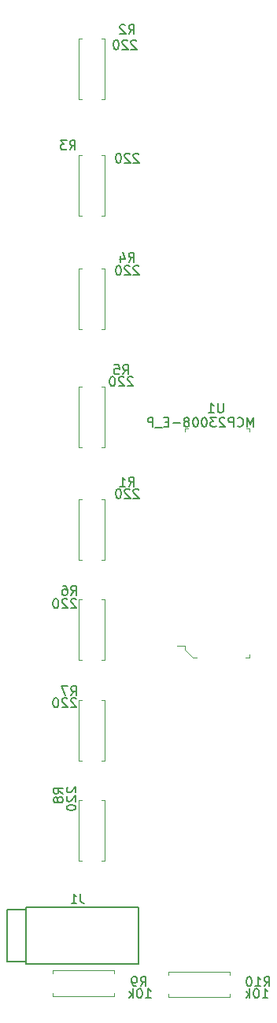
<source format=gbo>
G04 #@! TF.GenerationSoftware,KiCad,Pcbnew,5.1.3-ffb9f22~84~ubuntu16.04.1*
G04 #@! TF.CreationDate,2019-07-25T12:18:42-04:00*
G04 #@! TF.ProjectId,lightbox_pcb,6c696768-7462-46f7-985f-7063622e6b69,rev?*
G04 #@! TF.SameCoordinates,Original*
G04 #@! TF.FileFunction,Legend,Bot*
G04 #@! TF.FilePolarity,Positive*
%FSLAX46Y46*%
G04 Gerber Fmt 4.6, Leading zero omitted, Abs format (unit mm)*
G04 Created by KiCad (PCBNEW 5.1.3-ffb9f22~84~ubuntu16.04.1) date 2019-07-25 12:18:42*
%MOMM*%
%LPD*%
G04 APERTURE LIST*
%ADD10C,0.100000*%
%ADD11C,0.120000*%
%ADD12C,0.150000*%
G04 APERTURE END LIST*
D10*
X157600000Y-117300000D02*
X157200000Y-117300000D01*
X157200000Y-117300000D02*
X156300000Y-116400000D01*
X156300000Y-116400000D02*
X156300000Y-116000000D01*
X156300000Y-116000000D02*
X155500000Y-116000000D01*
X162900000Y-92600000D02*
X163300000Y-92600000D01*
X163300000Y-92600000D02*
X163300000Y-93000000D01*
X156300000Y-93000000D02*
X156300000Y-92600000D01*
X156300000Y-92600000D02*
X156700000Y-92600000D01*
X163280000Y-116910000D02*
X163280000Y-117310000D01*
X163280000Y-117310000D02*
X162880000Y-117310000D01*
D11*
X161131000Y-151030000D02*
X161131000Y-151360000D01*
X154591000Y-151030000D02*
X161131000Y-151030000D01*
X154591000Y-151360000D02*
X154591000Y-151030000D01*
X161131000Y-153770000D02*
X161131000Y-153440000D01*
X154591000Y-153770000D02*
X161131000Y-153770000D01*
X154591000Y-153440000D02*
X154591000Y-153770000D01*
X148685000Y-150903000D02*
X148685000Y-151233000D01*
X142145000Y-150903000D02*
X148685000Y-150903000D01*
X142145000Y-151233000D02*
X142145000Y-150903000D01*
X148685000Y-153643000D02*
X148685000Y-153313000D01*
X142145000Y-153643000D02*
X148685000Y-153643000D01*
X142145000Y-153313000D02*
X142145000Y-153643000D01*
X144934000Y-132620000D02*
X145264000Y-132620000D01*
X144934000Y-139160000D02*
X144934000Y-132620000D01*
X145264000Y-139160000D02*
X144934000Y-139160000D01*
X147674000Y-132620000D02*
X147344000Y-132620000D01*
X147674000Y-139160000D02*
X147674000Y-132620000D01*
X147344000Y-139160000D02*
X147674000Y-139160000D01*
X144934000Y-121825000D02*
X145264000Y-121825000D01*
X144934000Y-128365000D02*
X144934000Y-121825000D01*
X145264000Y-128365000D02*
X144934000Y-128365000D01*
X147674000Y-121825000D02*
X147344000Y-121825000D01*
X147674000Y-128365000D02*
X147674000Y-121825000D01*
X147344000Y-128365000D02*
X147674000Y-128365000D01*
X147674000Y-117570000D02*
X147344000Y-117570000D01*
X147674000Y-111030000D02*
X147674000Y-117570000D01*
X147344000Y-111030000D02*
X147674000Y-111030000D01*
X144934000Y-117570000D02*
X145264000Y-117570000D01*
X144934000Y-111030000D02*
X144934000Y-117570000D01*
X145264000Y-111030000D02*
X144934000Y-111030000D01*
X147674000Y-94710000D02*
X147344000Y-94710000D01*
X147674000Y-88170000D02*
X147674000Y-94710000D01*
X147344000Y-88170000D02*
X147674000Y-88170000D01*
X144934000Y-94710000D02*
X145264000Y-94710000D01*
X144934000Y-88170000D02*
X144934000Y-94710000D01*
X145264000Y-88170000D02*
X144934000Y-88170000D01*
X147674000Y-82010000D02*
X147344000Y-82010000D01*
X147674000Y-75470000D02*
X147674000Y-82010000D01*
X147344000Y-75470000D02*
X147674000Y-75470000D01*
X144934000Y-82010000D02*
X145264000Y-82010000D01*
X144934000Y-75470000D02*
X144934000Y-82010000D01*
X145264000Y-75470000D02*
X144934000Y-75470000D01*
X147674000Y-69818000D02*
X147344000Y-69818000D01*
X147674000Y-63278000D02*
X147674000Y-69818000D01*
X147344000Y-63278000D02*
X147674000Y-63278000D01*
X144934000Y-69818000D02*
X145264000Y-69818000D01*
X144934000Y-63278000D02*
X144934000Y-69818000D01*
X145264000Y-63278000D02*
X144934000Y-63278000D01*
X147674000Y-57245000D02*
X147344000Y-57245000D01*
X147674000Y-50705000D02*
X147674000Y-57245000D01*
X147344000Y-50705000D02*
X147674000Y-50705000D01*
X144934000Y-57245000D02*
X145264000Y-57245000D01*
X144934000Y-50705000D02*
X144934000Y-57245000D01*
X145264000Y-50705000D02*
X144934000Y-50705000D01*
X147674000Y-106775000D02*
X147344000Y-106775000D01*
X147674000Y-100235000D02*
X147674000Y-106775000D01*
X147344000Y-100235000D02*
X147674000Y-100235000D01*
X144934000Y-106775000D02*
X145264000Y-106775000D01*
X144934000Y-100235000D02*
X144934000Y-106775000D01*
X145264000Y-100235000D02*
X144934000Y-100235000D01*
D12*
X137217000Y-149985000D02*
X137217000Y-144385000D01*
X139217000Y-144385000D02*
X137217000Y-144385000D01*
X139217000Y-149985000D02*
X137217000Y-149985000D01*
X139217000Y-144135000D02*
X151317000Y-144135000D01*
X139217000Y-150235000D02*
X151317000Y-150235000D01*
X151317000Y-150235000D02*
X151317000Y-144135000D01*
X139217000Y-150235000D02*
X139217000Y-144135000D01*
X160444904Y-89941380D02*
X160444904Y-90750904D01*
X160397285Y-90846142D01*
X160349666Y-90893761D01*
X160254428Y-90941380D01*
X160063952Y-90941380D01*
X159968714Y-90893761D01*
X159921095Y-90846142D01*
X159873476Y-90750904D01*
X159873476Y-89941380D01*
X158873476Y-90941380D02*
X159444904Y-90941380D01*
X159159190Y-90941380D02*
X159159190Y-89941380D01*
X159254428Y-90084238D01*
X159349666Y-90179476D01*
X159444904Y-90227095D01*
X163698666Y-92465380D02*
X163698666Y-91465380D01*
X163365333Y-92179666D01*
X163032000Y-91465380D01*
X163032000Y-92465380D01*
X161984380Y-92370142D02*
X162032000Y-92417761D01*
X162174857Y-92465380D01*
X162270095Y-92465380D01*
X162412952Y-92417761D01*
X162508190Y-92322523D01*
X162555809Y-92227285D01*
X162603428Y-92036809D01*
X162603428Y-91893952D01*
X162555809Y-91703476D01*
X162508190Y-91608238D01*
X162412952Y-91513000D01*
X162270095Y-91465380D01*
X162174857Y-91465380D01*
X162032000Y-91513000D01*
X161984380Y-91560619D01*
X161555809Y-92465380D02*
X161555809Y-91465380D01*
X161174857Y-91465380D01*
X161079619Y-91513000D01*
X161032000Y-91560619D01*
X160984380Y-91655857D01*
X160984380Y-91798714D01*
X161032000Y-91893952D01*
X161079619Y-91941571D01*
X161174857Y-91989190D01*
X161555809Y-91989190D01*
X160603428Y-91560619D02*
X160555809Y-91513000D01*
X160460571Y-91465380D01*
X160222476Y-91465380D01*
X160127238Y-91513000D01*
X160079619Y-91560619D01*
X160032000Y-91655857D01*
X160032000Y-91751095D01*
X160079619Y-91893952D01*
X160651047Y-92465380D01*
X160032000Y-92465380D01*
X159698666Y-91465380D02*
X159079619Y-91465380D01*
X159412952Y-91846333D01*
X159270095Y-91846333D01*
X159174857Y-91893952D01*
X159127238Y-91941571D01*
X159079619Y-92036809D01*
X159079619Y-92274904D01*
X159127238Y-92370142D01*
X159174857Y-92417761D01*
X159270095Y-92465380D01*
X159555809Y-92465380D01*
X159651047Y-92417761D01*
X159698666Y-92370142D01*
X158460571Y-91465380D02*
X158365333Y-91465380D01*
X158270095Y-91513000D01*
X158222476Y-91560619D01*
X158174857Y-91655857D01*
X158127238Y-91846333D01*
X158127238Y-92084428D01*
X158174857Y-92274904D01*
X158222476Y-92370142D01*
X158270095Y-92417761D01*
X158365333Y-92465380D01*
X158460571Y-92465380D01*
X158555809Y-92417761D01*
X158603428Y-92370142D01*
X158651047Y-92274904D01*
X158698666Y-92084428D01*
X158698666Y-91846333D01*
X158651047Y-91655857D01*
X158603428Y-91560619D01*
X158555809Y-91513000D01*
X158460571Y-91465380D01*
X157508190Y-91465380D02*
X157412952Y-91465380D01*
X157317714Y-91513000D01*
X157270095Y-91560619D01*
X157222476Y-91655857D01*
X157174857Y-91846333D01*
X157174857Y-92084428D01*
X157222476Y-92274904D01*
X157270095Y-92370142D01*
X157317714Y-92417761D01*
X157412952Y-92465380D01*
X157508190Y-92465380D01*
X157603428Y-92417761D01*
X157651047Y-92370142D01*
X157698666Y-92274904D01*
X157746285Y-92084428D01*
X157746285Y-91846333D01*
X157698666Y-91655857D01*
X157651047Y-91560619D01*
X157603428Y-91513000D01*
X157508190Y-91465380D01*
X156603428Y-91893952D02*
X156698666Y-91846333D01*
X156746285Y-91798714D01*
X156793904Y-91703476D01*
X156793904Y-91655857D01*
X156746285Y-91560619D01*
X156698666Y-91513000D01*
X156603428Y-91465380D01*
X156412952Y-91465380D01*
X156317714Y-91513000D01*
X156270095Y-91560619D01*
X156222476Y-91655857D01*
X156222476Y-91703476D01*
X156270095Y-91798714D01*
X156317714Y-91846333D01*
X156412952Y-91893952D01*
X156603428Y-91893952D01*
X156698666Y-91941571D01*
X156746285Y-91989190D01*
X156793904Y-92084428D01*
X156793904Y-92274904D01*
X156746285Y-92370142D01*
X156698666Y-92417761D01*
X156603428Y-92465380D01*
X156412952Y-92465380D01*
X156317714Y-92417761D01*
X156270095Y-92370142D01*
X156222476Y-92274904D01*
X156222476Y-92084428D01*
X156270095Y-91989190D01*
X156317714Y-91941571D01*
X156412952Y-91893952D01*
X155793904Y-92084428D02*
X155032000Y-92084428D01*
X154555809Y-91941571D02*
X154222476Y-91941571D01*
X154079619Y-92465380D02*
X154555809Y-92465380D01*
X154555809Y-91465380D01*
X154079619Y-91465380D01*
X153889142Y-92560619D02*
X153127238Y-92560619D01*
X152889142Y-92465380D02*
X152889142Y-91465380D01*
X152508190Y-91465380D01*
X152412952Y-91513000D01*
X152365333Y-91560619D01*
X152317714Y-91655857D01*
X152317714Y-91798714D01*
X152365333Y-91893952D01*
X152412952Y-91941571D01*
X152508190Y-91989190D01*
X152889142Y-91989190D01*
X164853857Y-152598380D02*
X165187190Y-152122190D01*
X165425285Y-152598380D02*
X165425285Y-151598380D01*
X165044333Y-151598380D01*
X164949095Y-151646000D01*
X164901476Y-151693619D01*
X164853857Y-151788857D01*
X164853857Y-151931714D01*
X164901476Y-152026952D01*
X164949095Y-152074571D01*
X165044333Y-152122190D01*
X165425285Y-152122190D01*
X163901476Y-152598380D02*
X164472904Y-152598380D01*
X164187190Y-152598380D02*
X164187190Y-151598380D01*
X164282428Y-151741238D01*
X164377666Y-151836476D01*
X164472904Y-151884095D01*
X163282428Y-151598380D02*
X163187190Y-151598380D01*
X163091952Y-151646000D01*
X163044333Y-151693619D01*
X162996714Y-151788857D01*
X162949095Y-151979333D01*
X162949095Y-152217428D01*
X162996714Y-152407904D01*
X163044333Y-152503142D01*
X163091952Y-152550761D01*
X163187190Y-152598380D01*
X163282428Y-152598380D01*
X163377666Y-152550761D01*
X163425285Y-152503142D01*
X163472904Y-152407904D01*
X163520523Y-152217428D01*
X163520523Y-151979333D01*
X163472904Y-151788857D01*
X163425285Y-151693619D01*
X163377666Y-151646000D01*
X163282428Y-151598380D01*
X164679238Y-153868380D02*
X165250666Y-153868380D01*
X164964952Y-153868380D02*
X164964952Y-152868380D01*
X165060190Y-153011238D01*
X165155428Y-153106476D01*
X165250666Y-153154095D01*
X164060190Y-152868380D02*
X163964952Y-152868380D01*
X163869714Y-152916000D01*
X163822095Y-152963619D01*
X163774476Y-153058857D01*
X163726857Y-153249333D01*
X163726857Y-153487428D01*
X163774476Y-153677904D01*
X163822095Y-153773142D01*
X163869714Y-153820761D01*
X163964952Y-153868380D01*
X164060190Y-153868380D01*
X164155428Y-153820761D01*
X164203047Y-153773142D01*
X164250666Y-153677904D01*
X164298285Y-153487428D01*
X164298285Y-153249333D01*
X164250666Y-153058857D01*
X164203047Y-152963619D01*
X164155428Y-152916000D01*
X164060190Y-152868380D01*
X163298285Y-153868380D02*
X163298285Y-152868380D01*
X163203047Y-153487428D02*
X162917333Y-153868380D01*
X162917333Y-153201714D02*
X163298285Y-153582666D01*
X151550666Y-152598380D02*
X151884000Y-152122190D01*
X152122095Y-152598380D02*
X152122095Y-151598380D01*
X151741142Y-151598380D01*
X151645904Y-151646000D01*
X151598285Y-151693619D01*
X151550666Y-151788857D01*
X151550666Y-151931714D01*
X151598285Y-152026952D01*
X151645904Y-152074571D01*
X151741142Y-152122190D01*
X152122095Y-152122190D01*
X151074476Y-152598380D02*
X150884000Y-152598380D01*
X150788761Y-152550761D01*
X150741142Y-152503142D01*
X150645904Y-152360285D01*
X150598285Y-152169809D01*
X150598285Y-151788857D01*
X150645904Y-151693619D01*
X150693523Y-151646000D01*
X150788761Y-151598380D01*
X150979238Y-151598380D01*
X151074476Y-151646000D01*
X151122095Y-151693619D01*
X151169714Y-151788857D01*
X151169714Y-152026952D01*
X151122095Y-152122190D01*
X151074476Y-152169809D01*
X150979238Y-152217428D01*
X150788761Y-152217428D01*
X150693523Y-152169809D01*
X150645904Y-152122190D01*
X150598285Y-152026952D01*
X152106238Y-153868380D02*
X152677666Y-153868380D01*
X152391952Y-153868380D02*
X152391952Y-152868380D01*
X152487190Y-153011238D01*
X152582428Y-153106476D01*
X152677666Y-153154095D01*
X151487190Y-152868380D02*
X151391952Y-152868380D01*
X151296714Y-152916000D01*
X151249095Y-152963619D01*
X151201476Y-153058857D01*
X151153857Y-153249333D01*
X151153857Y-153487428D01*
X151201476Y-153677904D01*
X151249095Y-153773142D01*
X151296714Y-153820761D01*
X151391952Y-153868380D01*
X151487190Y-153868380D01*
X151582428Y-153820761D01*
X151630047Y-153773142D01*
X151677666Y-153677904D01*
X151725285Y-153487428D01*
X151725285Y-153249333D01*
X151677666Y-153058857D01*
X151630047Y-152963619D01*
X151582428Y-152916000D01*
X151487190Y-152868380D01*
X150725285Y-153868380D02*
X150725285Y-152868380D01*
X150630047Y-153487428D02*
X150344333Y-153868380D01*
X150344333Y-153201714D02*
X150725285Y-153582666D01*
X143200380Y-131913333D02*
X142724190Y-131580000D01*
X143200380Y-131341904D02*
X142200380Y-131341904D01*
X142200380Y-131722857D01*
X142248000Y-131818095D01*
X142295619Y-131865714D01*
X142390857Y-131913333D01*
X142533714Y-131913333D01*
X142628952Y-131865714D01*
X142676571Y-131818095D01*
X142724190Y-131722857D01*
X142724190Y-131341904D01*
X142628952Y-132484761D02*
X142581333Y-132389523D01*
X142533714Y-132341904D01*
X142438476Y-132294285D01*
X142390857Y-132294285D01*
X142295619Y-132341904D01*
X142248000Y-132389523D01*
X142200380Y-132484761D01*
X142200380Y-132675238D01*
X142248000Y-132770476D01*
X142295619Y-132818095D01*
X142390857Y-132865714D01*
X142438476Y-132865714D01*
X142533714Y-132818095D01*
X142581333Y-132770476D01*
X142628952Y-132675238D01*
X142628952Y-132484761D01*
X142676571Y-132389523D01*
X142724190Y-132341904D01*
X142819428Y-132294285D01*
X143009904Y-132294285D01*
X143105142Y-132341904D01*
X143152761Y-132389523D01*
X143200380Y-132484761D01*
X143200380Y-132675238D01*
X143152761Y-132770476D01*
X143105142Y-132818095D01*
X143009904Y-132865714D01*
X142819428Y-132865714D01*
X142724190Y-132818095D01*
X142676571Y-132770476D01*
X142628952Y-132675238D01*
X143692619Y-131222904D02*
X143645000Y-131270523D01*
X143597380Y-131365761D01*
X143597380Y-131603857D01*
X143645000Y-131699095D01*
X143692619Y-131746714D01*
X143787857Y-131794333D01*
X143883095Y-131794333D01*
X144025952Y-131746714D01*
X144597380Y-131175285D01*
X144597380Y-131794333D01*
X143692619Y-132175285D02*
X143645000Y-132222904D01*
X143597380Y-132318142D01*
X143597380Y-132556238D01*
X143645000Y-132651476D01*
X143692619Y-132699095D01*
X143787857Y-132746714D01*
X143883095Y-132746714D01*
X144025952Y-132699095D01*
X144597380Y-132127666D01*
X144597380Y-132746714D01*
X143597380Y-133365761D02*
X143597380Y-133461000D01*
X143645000Y-133556238D01*
X143692619Y-133603857D01*
X143787857Y-133651476D01*
X143978333Y-133699095D01*
X144216428Y-133699095D01*
X144406904Y-133651476D01*
X144502142Y-133603857D01*
X144549761Y-133556238D01*
X144597380Y-133461000D01*
X144597380Y-133365761D01*
X144549761Y-133270523D01*
X144502142Y-133222904D01*
X144406904Y-133175285D01*
X144216428Y-133127666D01*
X143978333Y-133127666D01*
X143787857Y-133175285D01*
X143692619Y-133222904D01*
X143645000Y-133270523D01*
X143597380Y-133365761D01*
X144057666Y-121356380D02*
X144391000Y-120880190D01*
X144629095Y-121356380D02*
X144629095Y-120356380D01*
X144248142Y-120356380D01*
X144152904Y-120404000D01*
X144105285Y-120451619D01*
X144057666Y-120546857D01*
X144057666Y-120689714D01*
X144105285Y-120784952D01*
X144152904Y-120832571D01*
X144248142Y-120880190D01*
X144629095Y-120880190D01*
X143724333Y-120356380D02*
X143057666Y-120356380D01*
X143486238Y-121356380D01*
X144621095Y-121721619D02*
X144573476Y-121674000D01*
X144478238Y-121626380D01*
X144240142Y-121626380D01*
X144144904Y-121674000D01*
X144097285Y-121721619D01*
X144049666Y-121816857D01*
X144049666Y-121912095D01*
X144097285Y-122054952D01*
X144668714Y-122626380D01*
X144049666Y-122626380D01*
X143668714Y-121721619D02*
X143621095Y-121674000D01*
X143525857Y-121626380D01*
X143287761Y-121626380D01*
X143192523Y-121674000D01*
X143144904Y-121721619D01*
X143097285Y-121816857D01*
X143097285Y-121912095D01*
X143144904Y-122054952D01*
X143716333Y-122626380D01*
X143097285Y-122626380D01*
X142478238Y-121626380D02*
X142383000Y-121626380D01*
X142287761Y-121674000D01*
X142240142Y-121721619D01*
X142192523Y-121816857D01*
X142144904Y-122007333D01*
X142144904Y-122245428D01*
X142192523Y-122435904D01*
X142240142Y-122531142D01*
X142287761Y-122578761D01*
X142383000Y-122626380D01*
X142478238Y-122626380D01*
X142573476Y-122578761D01*
X142621095Y-122531142D01*
X142668714Y-122435904D01*
X142716333Y-122245428D01*
X142716333Y-122007333D01*
X142668714Y-121816857D01*
X142621095Y-121721619D01*
X142573476Y-121674000D01*
X142478238Y-121626380D01*
X144057666Y-110561380D02*
X144391000Y-110085190D01*
X144629095Y-110561380D02*
X144629095Y-109561380D01*
X144248142Y-109561380D01*
X144152904Y-109609000D01*
X144105285Y-109656619D01*
X144057666Y-109751857D01*
X144057666Y-109894714D01*
X144105285Y-109989952D01*
X144152904Y-110037571D01*
X144248142Y-110085190D01*
X144629095Y-110085190D01*
X143200523Y-109561380D02*
X143391000Y-109561380D01*
X143486238Y-109609000D01*
X143533857Y-109656619D01*
X143629095Y-109799476D01*
X143676714Y-109989952D01*
X143676714Y-110370904D01*
X143629095Y-110466142D01*
X143581476Y-110513761D01*
X143486238Y-110561380D01*
X143295761Y-110561380D01*
X143200523Y-110513761D01*
X143152904Y-110466142D01*
X143105285Y-110370904D01*
X143105285Y-110132809D01*
X143152904Y-110037571D01*
X143200523Y-109989952D01*
X143295761Y-109942333D01*
X143486238Y-109942333D01*
X143581476Y-109989952D01*
X143629095Y-110037571D01*
X143676714Y-110132809D01*
X144621095Y-111053619D02*
X144573476Y-111006000D01*
X144478238Y-110958380D01*
X144240142Y-110958380D01*
X144144904Y-111006000D01*
X144097285Y-111053619D01*
X144049666Y-111148857D01*
X144049666Y-111244095D01*
X144097285Y-111386952D01*
X144668714Y-111958380D01*
X144049666Y-111958380D01*
X143668714Y-111053619D02*
X143621095Y-111006000D01*
X143525857Y-110958380D01*
X143287761Y-110958380D01*
X143192523Y-111006000D01*
X143144904Y-111053619D01*
X143097285Y-111148857D01*
X143097285Y-111244095D01*
X143144904Y-111386952D01*
X143716333Y-111958380D01*
X143097285Y-111958380D01*
X142478238Y-110958380D02*
X142383000Y-110958380D01*
X142287761Y-111006000D01*
X142240142Y-111053619D01*
X142192523Y-111148857D01*
X142144904Y-111339333D01*
X142144904Y-111577428D01*
X142192523Y-111767904D01*
X142240142Y-111863142D01*
X142287761Y-111910761D01*
X142383000Y-111958380D01*
X142478238Y-111958380D01*
X142573476Y-111910761D01*
X142621095Y-111863142D01*
X142668714Y-111767904D01*
X142716333Y-111577428D01*
X142716333Y-111339333D01*
X142668714Y-111148857D01*
X142621095Y-111053619D01*
X142573476Y-111006000D01*
X142478238Y-110958380D01*
X149645666Y-86812380D02*
X149979000Y-86336190D01*
X150217095Y-86812380D02*
X150217095Y-85812380D01*
X149836142Y-85812380D01*
X149740904Y-85860000D01*
X149693285Y-85907619D01*
X149645666Y-86002857D01*
X149645666Y-86145714D01*
X149693285Y-86240952D01*
X149740904Y-86288571D01*
X149836142Y-86336190D01*
X150217095Y-86336190D01*
X148740904Y-85812380D02*
X149217095Y-85812380D01*
X149264714Y-86288571D01*
X149217095Y-86240952D01*
X149121857Y-86193333D01*
X148883761Y-86193333D01*
X148788523Y-86240952D01*
X148740904Y-86288571D01*
X148693285Y-86383809D01*
X148693285Y-86621904D01*
X148740904Y-86717142D01*
X148788523Y-86764761D01*
X148883761Y-86812380D01*
X149121857Y-86812380D01*
X149217095Y-86764761D01*
X149264714Y-86717142D01*
X150717095Y-87177619D02*
X150669476Y-87130000D01*
X150574238Y-87082380D01*
X150336142Y-87082380D01*
X150240904Y-87130000D01*
X150193285Y-87177619D01*
X150145666Y-87272857D01*
X150145666Y-87368095D01*
X150193285Y-87510952D01*
X150764714Y-88082380D01*
X150145666Y-88082380D01*
X149764714Y-87177619D02*
X149717095Y-87130000D01*
X149621857Y-87082380D01*
X149383761Y-87082380D01*
X149288523Y-87130000D01*
X149240904Y-87177619D01*
X149193285Y-87272857D01*
X149193285Y-87368095D01*
X149240904Y-87510952D01*
X149812333Y-88082380D01*
X149193285Y-88082380D01*
X148574238Y-87082380D02*
X148479000Y-87082380D01*
X148383761Y-87130000D01*
X148336142Y-87177619D01*
X148288523Y-87272857D01*
X148240904Y-87463333D01*
X148240904Y-87701428D01*
X148288523Y-87891904D01*
X148336142Y-87987142D01*
X148383761Y-88034761D01*
X148479000Y-88082380D01*
X148574238Y-88082380D01*
X148669476Y-88034761D01*
X148717095Y-87987142D01*
X148764714Y-87891904D01*
X148812333Y-87701428D01*
X148812333Y-87463333D01*
X148764714Y-87272857D01*
X148717095Y-87177619D01*
X148669476Y-87130000D01*
X148574238Y-87082380D01*
X150280666Y-74747380D02*
X150614000Y-74271190D01*
X150852095Y-74747380D02*
X150852095Y-73747380D01*
X150471142Y-73747380D01*
X150375904Y-73795000D01*
X150328285Y-73842619D01*
X150280666Y-73937857D01*
X150280666Y-74080714D01*
X150328285Y-74175952D01*
X150375904Y-74223571D01*
X150471142Y-74271190D01*
X150852095Y-74271190D01*
X149423523Y-74080714D02*
X149423523Y-74747380D01*
X149661619Y-73699761D02*
X149899714Y-74414047D01*
X149280666Y-74414047D01*
X151352095Y-75239619D02*
X151304476Y-75192000D01*
X151209238Y-75144380D01*
X150971142Y-75144380D01*
X150875904Y-75192000D01*
X150828285Y-75239619D01*
X150780666Y-75334857D01*
X150780666Y-75430095D01*
X150828285Y-75572952D01*
X151399714Y-76144380D01*
X150780666Y-76144380D01*
X150399714Y-75239619D02*
X150352095Y-75192000D01*
X150256857Y-75144380D01*
X150018761Y-75144380D01*
X149923523Y-75192000D01*
X149875904Y-75239619D01*
X149828285Y-75334857D01*
X149828285Y-75430095D01*
X149875904Y-75572952D01*
X150447333Y-76144380D01*
X149828285Y-76144380D01*
X149209238Y-75144380D02*
X149114000Y-75144380D01*
X149018761Y-75192000D01*
X148971142Y-75239619D01*
X148923523Y-75334857D01*
X148875904Y-75525333D01*
X148875904Y-75763428D01*
X148923523Y-75953904D01*
X148971142Y-76049142D01*
X149018761Y-76096761D01*
X149114000Y-76144380D01*
X149209238Y-76144380D01*
X149304476Y-76096761D01*
X149352095Y-76049142D01*
X149399714Y-75953904D01*
X149447333Y-75763428D01*
X149447333Y-75525333D01*
X149399714Y-75334857D01*
X149352095Y-75239619D01*
X149304476Y-75192000D01*
X149209238Y-75144380D01*
X143930666Y-62682380D02*
X144264000Y-62206190D01*
X144502095Y-62682380D02*
X144502095Y-61682380D01*
X144121142Y-61682380D01*
X144025904Y-61730000D01*
X143978285Y-61777619D01*
X143930666Y-61872857D01*
X143930666Y-62015714D01*
X143978285Y-62110952D01*
X144025904Y-62158571D01*
X144121142Y-62206190D01*
X144502095Y-62206190D01*
X143597333Y-61682380D02*
X142978285Y-61682380D01*
X143311619Y-62063333D01*
X143168761Y-62063333D01*
X143073523Y-62110952D01*
X143025904Y-62158571D01*
X142978285Y-62253809D01*
X142978285Y-62491904D01*
X143025904Y-62587142D01*
X143073523Y-62634761D01*
X143168761Y-62682380D01*
X143454476Y-62682380D01*
X143549714Y-62634761D01*
X143597333Y-62587142D01*
X151352095Y-63174619D02*
X151304476Y-63127000D01*
X151209238Y-63079380D01*
X150971142Y-63079380D01*
X150875904Y-63127000D01*
X150828285Y-63174619D01*
X150780666Y-63269857D01*
X150780666Y-63365095D01*
X150828285Y-63507952D01*
X151399714Y-64079380D01*
X150780666Y-64079380D01*
X150399714Y-63174619D02*
X150352095Y-63127000D01*
X150256857Y-63079380D01*
X150018761Y-63079380D01*
X149923523Y-63127000D01*
X149875904Y-63174619D01*
X149828285Y-63269857D01*
X149828285Y-63365095D01*
X149875904Y-63507952D01*
X150447333Y-64079380D01*
X149828285Y-64079380D01*
X149209238Y-63079380D02*
X149114000Y-63079380D01*
X149018761Y-63127000D01*
X148971142Y-63174619D01*
X148923523Y-63269857D01*
X148875904Y-63460333D01*
X148875904Y-63698428D01*
X148923523Y-63888904D01*
X148971142Y-63984142D01*
X149018761Y-64031761D01*
X149114000Y-64079380D01*
X149209238Y-64079380D01*
X149304476Y-64031761D01*
X149352095Y-63984142D01*
X149399714Y-63888904D01*
X149447333Y-63698428D01*
X149447333Y-63460333D01*
X149399714Y-63269857D01*
X149352095Y-63174619D01*
X149304476Y-63127000D01*
X149209238Y-63079380D01*
X150280666Y-50236380D02*
X150614000Y-49760190D01*
X150852095Y-50236380D02*
X150852095Y-49236380D01*
X150471142Y-49236380D01*
X150375904Y-49284000D01*
X150328285Y-49331619D01*
X150280666Y-49426857D01*
X150280666Y-49569714D01*
X150328285Y-49664952D01*
X150375904Y-49712571D01*
X150471142Y-49760190D01*
X150852095Y-49760190D01*
X149899714Y-49331619D02*
X149852095Y-49284000D01*
X149756857Y-49236380D01*
X149518761Y-49236380D01*
X149423523Y-49284000D01*
X149375904Y-49331619D01*
X149328285Y-49426857D01*
X149328285Y-49522095D01*
X149375904Y-49664952D01*
X149947333Y-50236380D01*
X149328285Y-50236380D01*
X151098095Y-50982619D02*
X151050476Y-50935000D01*
X150955238Y-50887380D01*
X150717142Y-50887380D01*
X150621904Y-50935000D01*
X150574285Y-50982619D01*
X150526666Y-51077857D01*
X150526666Y-51173095D01*
X150574285Y-51315952D01*
X151145714Y-51887380D01*
X150526666Y-51887380D01*
X150145714Y-50982619D02*
X150098095Y-50935000D01*
X150002857Y-50887380D01*
X149764761Y-50887380D01*
X149669523Y-50935000D01*
X149621904Y-50982619D01*
X149574285Y-51077857D01*
X149574285Y-51173095D01*
X149621904Y-51315952D01*
X150193333Y-51887380D01*
X149574285Y-51887380D01*
X148955238Y-50887380D02*
X148860000Y-50887380D01*
X148764761Y-50935000D01*
X148717142Y-50982619D01*
X148669523Y-51077857D01*
X148621904Y-51268333D01*
X148621904Y-51506428D01*
X148669523Y-51696904D01*
X148717142Y-51792142D01*
X148764761Y-51839761D01*
X148860000Y-51887380D01*
X148955238Y-51887380D01*
X149050476Y-51839761D01*
X149098095Y-51792142D01*
X149145714Y-51696904D01*
X149193333Y-51506428D01*
X149193333Y-51268333D01*
X149145714Y-51077857D01*
X149098095Y-50982619D01*
X149050476Y-50935000D01*
X148955238Y-50887380D01*
X150280666Y-98877380D02*
X150614000Y-98401190D01*
X150852095Y-98877380D02*
X150852095Y-97877380D01*
X150471142Y-97877380D01*
X150375904Y-97925000D01*
X150328285Y-97972619D01*
X150280666Y-98067857D01*
X150280666Y-98210714D01*
X150328285Y-98305952D01*
X150375904Y-98353571D01*
X150471142Y-98401190D01*
X150852095Y-98401190D01*
X149328285Y-98877380D02*
X149899714Y-98877380D01*
X149614000Y-98877380D02*
X149614000Y-97877380D01*
X149709238Y-98020238D01*
X149804476Y-98115476D01*
X149899714Y-98163095D01*
X151352095Y-99242619D02*
X151304476Y-99195000D01*
X151209238Y-99147380D01*
X150971142Y-99147380D01*
X150875904Y-99195000D01*
X150828285Y-99242619D01*
X150780666Y-99337857D01*
X150780666Y-99433095D01*
X150828285Y-99575952D01*
X151399714Y-100147380D01*
X150780666Y-100147380D01*
X150399714Y-99242619D02*
X150352095Y-99195000D01*
X150256857Y-99147380D01*
X150018761Y-99147380D01*
X149923523Y-99195000D01*
X149875904Y-99242619D01*
X149828285Y-99337857D01*
X149828285Y-99433095D01*
X149875904Y-99575952D01*
X150447333Y-100147380D01*
X149828285Y-100147380D01*
X149209238Y-99147380D02*
X149114000Y-99147380D01*
X149018761Y-99195000D01*
X148971142Y-99242619D01*
X148923523Y-99337857D01*
X148875904Y-99528333D01*
X148875904Y-99766428D01*
X148923523Y-99956904D01*
X148971142Y-100052142D01*
X149018761Y-100099761D01*
X149114000Y-100147380D01*
X149209238Y-100147380D01*
X149304476Y-100099761D01*
X149352095Y-100052142D01*
X149399714Y-99956904D01*
X149447333Y-99766428D01*
X149447333Y-99528333D01*
X149399714Y-99337857D01*
X149352095Y-99242619D01*
X149304476Y-99195000D01*
X149209238Y-99147380D01*
X145110333Y-142687380D02*
X145110333Y-143401666D01*
X145157952Y-143544523D01*
X145253190Y-143639761D01*
X145396047Y-143687380D01*
X145491285Y-143687380D01*
X144110333Y-143687380D02*
X144681761Y-143687380D01*
X144396047Y-143687380D02*
X144396047Y-142687380D01*
X144491285Y-142830238D01*
X144586523Y-142925476D01*
X144681761Y-142973095D01*
M02*

</source>
